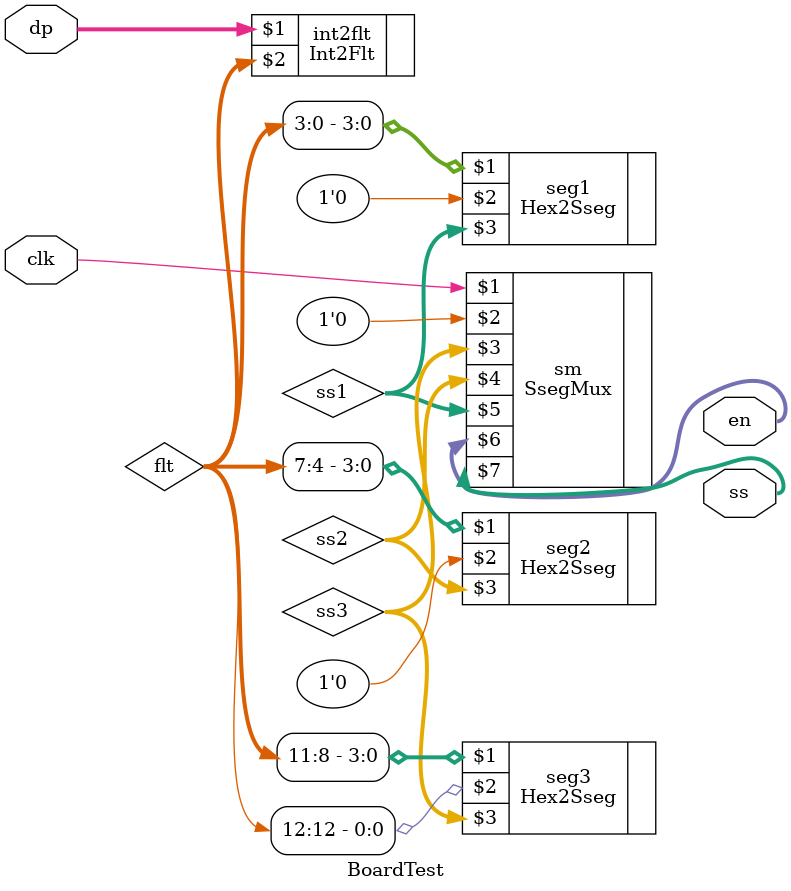
<source format=v>

`timescale 1ns / 1ps

module BoardTest( input wire clk, input wire [7:0] dp, output wire [7:0] ss, output wire [2:0] en );

	wire [7:0] ss1, ss2, ss3;
	wire [12:0] flt;

	Int2Flt int2flt( dp, flt );
	
	Hex2Sseg seg3( flt[11:8], flt[12], ss3 );
	Hex2Sseg seg2( flt[7:4], 1'b0, ss2 );
	Hex2Sseg seg1( flt[3:0], 1'b0, ss1 );

	SsegMux sm( clk, 1'b0, ss3, ss2, ss1, en, ss );

endmodule

</source>
